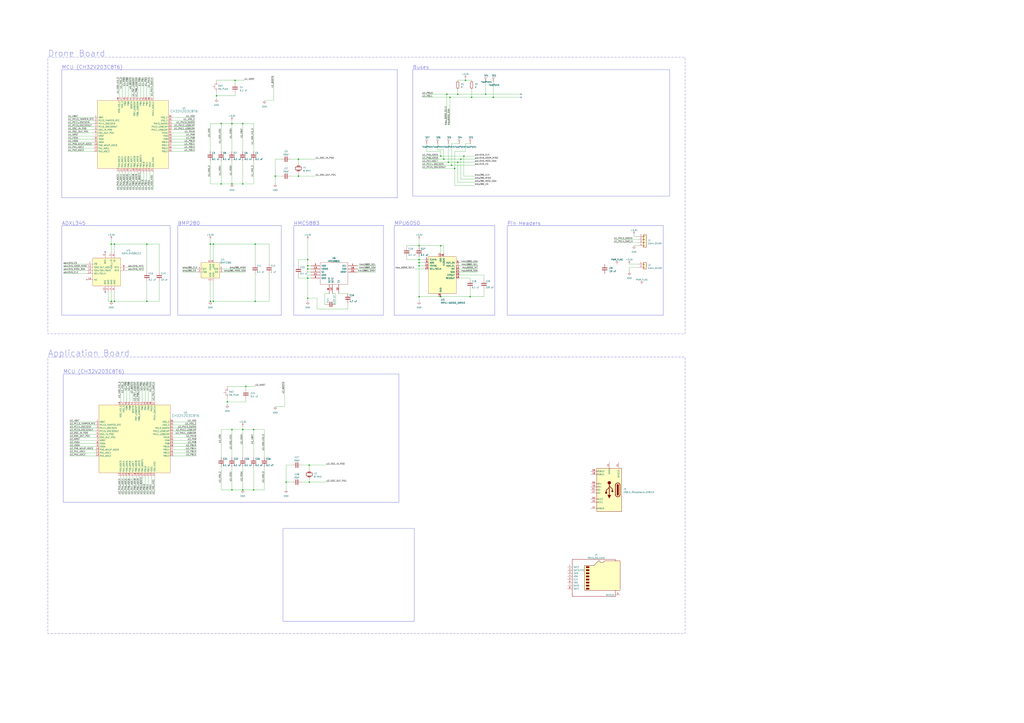
<source format=kicad_sch>
(kicad_sch (version 20230121) (generator eeschema)
  (paper "A1")
  (junction (at 375.92 77.47))
  (junction (at 201.93 317.5))
  (junction (at 373.38 138.43))
  (junction (at 175.26 247.65))
  (junction (at 405.13 80.01))
  (junction (at 93.98 200.66))
  (junction (at 344.17 213.36))
  (junction (at 364.49 130.81))
  (junction (at 386.08 243.84))
  (junction (at 199.39 402.59))
  (junction (at 186.69 330.2))
  (junction (at 370.84 135.89))
  (junction (at 361.95 201.93))
  (junction (at 245.11 144.78))
  (junction (at 190.5 402.59))
  (junction (at 367.03 77.47))
  (junction (at 199.39 101.6))
  (junction (at 344.17 201.93))
  (junction (at 375.92 133.35))
  (junction (at 193.04 66.04))
  (junction (at 199.39 151.13))
  (junction (at 245.11 130.81))
  (junction (at 208.28 353.06))
  (junction (at 172.72 200.66))
  (junction (at 190.5 151.13))
  (junction (at 344.17 218.44))
  (junction (at 378.46 130.81))
  (junction (at 252.73 228.6))
  (junction (at 199.39 353.06))
  (junction (at 254 396.24))
  (junction (at 120.65 200.66))
  (junction (at 369.57 80.01))
  (junction (at 382.27 66.04))
  (junction (at 387.35 80.01))
  (junction (at 190.5 101.6))
  (junction (at 361.95 243.84))
  (junction (at 181.61 101.6))
  (junction (at 93.98 247.65))
  (junction (at 252.73 245.11))
  (junction (at 177.8 78.74))
  (junction (at 254 382.27))
  (junction (at 208.28 402.59))
  (junction (at 252.73 218.44))
  (junction (at 361.95 128.27))
  (junction (at 190.5 353.06))
  (junction (at 91.44 200.66))
  (junction (at 368.3 133.35))
  (junction (at 252.73 213.36))
  (junction (at 234.95 396.24))
  (junction (at 226.06 144.78))
  (junction (at 91.44 247.65))
  (junction (at 172.72 247.65))
  (junction (at 344.17 243.84))
  (junction (at 209.55 247.65))
  (junction (at 252.73 220.98))
  (junction (at 175.26 200.66))
  (junction (at 381 128.27))
  (junction (at 209.55 200.66))
  (junction (at 344.17 215.9))
  (junction (at 120.65 247.65))
  (junction (at 398.78 77.47))
  (junction (at 181.61 151.13))
  (no_connect (at 86.36 240.03))
  (no_connect (at 86.36 207.01))
  (no_connect (at 427.99 77.47))
  (no_connect (at 427.99 80.01))
  (wire (pts (xy 217.17 383.54) (xy 217.17 402.59)))
  (wire (pts (xy 142.24 349.25) (xy 161.29 349.25)))
  (wire (pts (xy 172.72 101.6) (xy 181.61 101.6)))
  (wire (pts (xy 226.06 144.78) (xy 226.06 130.81)))
  (wire (pts (xy 186.69 330.2) (xy 201.93 330.2)))
  (wire (pts (xy 350.52 118.11) (xy 350.52 124.46)))
  (wire (pts (xy 127 391.16) (xy 127 406.4)))
  (wire (pts (xy 217.17 353.06) (xy 217.17 375.92)))
  (wire (pts (xy 104.14 219.71) (xy 118.11 219.71)))
  (wire (pts (xy 142.24 351.79) (xy 161.29 351.79)))
  (wire (pts (xy 405.13 80.01) (xy 427.99 80.01)))
  (wire (pts (xy 377.19 220.98) (xy 392.43 220.98)))
  (wire (pts (xy 520.7 201.93) (xy 524.51 201.93)))
  (wire (pts (xy 172.72 200.66) (xy 172.72 213.36)))
  (wire (pts (xy 340.36 220.98) (xy 349.25 220.98)))
  (wire (pts (xy 293.37 220.98) (xy 308.61 220.98)))
  (wire (pts (xy 234.95 402.59) (xy 234.95 396.24)))
  (wire (pts (xy 88.9 240.03) (xy 88.9 247.65)))
  (wire (pts (xy 234.95 396.24) (xy 240.03 396.24)))
  (wire (pts (xy 142.24 359.41) (xy 161.29 359.41)))
  (wire (pts (xy 175.26 231.14) (xy 175.26 247.65)))
  (wire (pts (xy 140.97 106.68) (xy 160.02 106.68)))
  (wire (pts (xy 172.72 151.13) (xy 181.61 151.13)))
  (wire (pts (xy 175.26 200.66) (xy 172.72 200.66)))
  (wire (pts (xy 255.27 218.44) (xy 252.73 218.44)))
  (wire (pts (xy 361.95 128.27) (xy 381 128.27)))
  (wire (pts (xy 344.17 243.84) (xy 361.95 243.84)))
  (wire (pts (xy 120.65 247.65) (xy 93.98 247.65)))
  (wire (pts (xy 190.5 101.6) (xy 190.5 124.46)))
  (wire (pts (xy 199.39 101.6) (xy 208.28 101.6)))
  (wire (pts (xy 55.88 106.68) (xy 77.47 106.68)))
  (wire (pts (xy 369.57 80.01) (xy 387.35 80.01)))
  (wire (pts (xy 101.6 313.69) (xy 101.6 330.2)))
  (wire (pts (xy 387.35 80.01) (xy 405.13 80.01)))
  (wire (pts (xy 516.89 217.17) (xy 524.51 217.17)))
  (wire (pts (xy 375.92 149.86) (xy 375.92 133.35)))
  (wire (pts (xy 177.8 66.04) (xy 193.04 66.04)))
  (wire (pts (xy 245.11 213.36) (xy 252.73 213.36)))
  (wire (pts (xy 142.24 372.11) (xy 161.29 372.11)))
  (wire (pts (xy 386.08 118.11) (xy 382.27 118.11)))
  (wire (pts (xy 209.55 224.79) (xy 209.55 247.65)))
  (wire (pts (xy 175.26 213.36) (xy 175.26 200.66)))
  (wire (pts (xy 121.92 391.16) (xy 121.92 406.4)))
  (wire (pts (xy 55.88 104.14) (xy 77.47 104.14)))
  (wire (pts (xy 142.24 356.87) (xy 161.29 356.87)))
  (wire (pts (xy 370.84 118.11) (xy 370.84 135.89)))
  (wire (pts (xy 186.69 327.66) (xy 186.69 330.2)))
  (wire (pts (xy 285.75 254) (xy 260.35 254)))
  (wire (pts (xy 140.97 121.92) (xy 160.02 121.92)))
  (wire (pts (xy 386.08 243.84) (xy 361.95 243.84)))
  (wire (pts (xy 100.33 63.5) (xy 100.33 80.01)))
  (wire (pts (xy 140.97 104.14) (xy 160.02 104.14)))
  (wire (pts (xy 140.97 109.22) (xy 160.02 109.22)))
  (wire (pts (xy 520.7 193.04) (xy 520.7 194.31)))
  (wire (pts (xy 55.88 109.22) (xy 77.47 109.22)))
  (wire (pts (xy 377.19 226.06) (xy 397.51 226.06)))
  (wire (pts (xy 193.04 78.74) (xy 193.04 76.2)))
  (wire (pts (xy 209.55 217.17) (xy 209.55 200.66)))
  (wire (pts (xy 93.98 247.65) (xy 91.44 247.65)))
  (wire (pts (xy 209.55 200.66) (xy 175.26 200.66)))
  (wire (pts (xy 118.11 63.5) (xy 118.11 80.01)))
  (wire (pts (xy 172.72 132.08) (xy 172.72 151.13)))
  (wire (pts (xy 389.89 147.32) (xy 378.46 147.32)))
  (wire (pts (xy 252.73 228.6) (xy 252.73 245.11)))
  (wire (pts (xy 100.33 140.97) (xy 100.33 156.21)))
  (wire (pts (xy 344.17 213.36) (xy 344.17 215.9)))
  (wire (pts (xy 254 396.24) (xy 254 393.7)))
  (wire (pts (xy 114.3 313.69) (xy 114.3 330.2)))
  (wire (pts (xy 110.49 63.5) (xy 110.49 80.01)))
  (wire (pts (xy 377.19 218.44) (xy 392.43 218.44)))
  (wire (pts (xy 120.65 231.14) (xy 120.65 247.65)))
  (wire (pts (xy 254 382.27) (xy 267.97 382.27)))
  (wire (pts (xy 57.15 349.25) (xy 78.74 349.25)))
  (wire (pts (xy 57.15 354.33) (xy 78.74 354.33)))
  (wire (pts (xy 110.49 140.97) (xy 110.49 156.21)))
  (wire (pts (xy 273.05 241.3) (xy 275.59 241.3)))
  (wire (pts (xy 127 313.69) (xy 127 330.2)))
  (wire (pts (xy 344.17 215.9) (xy 344.17 218.44)))
  (wire (pts (xy 97.79 63.5) (xy 97.79 80.01)))
  (wire (pts (xy 208.28 101.6) (xy 208.28 124.46)))
  (wire (pts (xy 140.97 119.38) (xy 160.02 119.38)))
  (wire (pts (xy 55.88 119.38) (xy 77.47 119.38)))
  (wire (pts (xy 55.88 111.76) (xy 77.47 111.76)))
  (wire (pts (xy 104.14 391.16) (xy 104.14 406.4)))
  (wire (pts (xy 52.07 219.71) (xy 71.12 219.71)))
  (wire (pts (xy 520.7 194.31) (xy 524.51 194.31)))
  (wire (pts (xy 368.3 118.11) (xy 368.3 133.35)))
  (wire (pts (xy 142.24 374.65) (xy 161.29 374.65)))
  (wire (pts (xy 199.39 151.13) (xy 208.28 151.13)))
  (wire (pts (xy 377.19 118.11) (xy 370.84 118.11)))
  (wire (pts (xy 252.73 220.98) (xy 252.73 218.44)))
  (wire (pts (xy 359.41 123.19) (xy 364.49 123.19)))
  (wire (pts (xy 121.92 313.69) (xy 121.92 330.2)))
  (wire (pts (xy 55.88 114.3) (xy 77.47 114.3)))
  (wire (pts (xy 140.97 124.46) (xy 160.02 124.46)))
  (wire (pts (xy 57.15 361.95) (xy 78.74 361.95)))
  (wire (pts (xy 181.61 402.59) (xy 190.5 402.59)))
  (wire (pts (xy 344.17 243.84) (xy 344.17 247.65)))
  (wire (pts (xy 57.15 369.57) (xy 78.74 369.57)))
  (wire (pts (xy 93.98 240.03) (xy 93.98 247.65)))
  (wire (pts (xy 111.76 313.69) (xy 111.76 330.2)))
  (wire (pts (xy 344.17 218.44) (xy 349.25 218.44)))
  (wire (pts (xy 270.51 241.3) (xy 266.7 241.3)))
  (wire (pts (xy 149.86 220.98) (xy 162.56 220.98)))
  (wire (pts (xy 346.71 133.35) (xy 368.3 133.35)))
  (wire (pts (xy 190.5 375.92) (xy 190.5 353.06)))
  (wire (pts (xy 124.46 391.16) (xy 124.46 406.4)))
  (wire (pts (xy 252.73 226.06) (xy 252.73 228.6)))
  (wire (pts (xy 398.78 77.47) (xy 427.99 77.47)))
  (wire (pts (xy 381 144.78) (xy 381 128.27)))
  (wire (pts (xy 106.68 313.69) (xy 106.68 330.2)))
  (wire (pts (xy 55.88 124.46) (xy 77.47 124.46)))
  (wire (pts (xy 389.89 149.86) (xy 375.92 149.86)))
  (wire (pts (xy 116.84 391.16) (xy 116.84 406.4)))
  (wire (pts (xy 109.22 313.69) (xy 109.22 330.2)))
  (wire (pts (xy 504.19 199.39) (xy 524.51 199.39)))
  (wire (pts (xy 125.73 63.5) (xy 125.73 80.01)))
  (wire (pts (xy 252.73 245.11) (xy 252.73 247.65)))
  (wire (pts (xy 57.15 374.65) (xy 78.74 374.65)))
  (wire (pts (xy 208.28 132.08) (xy 208.28 151.13)))
  (wire (pts (xy 349.25 213.36) (xy 344.17 213.36)))
  (wire (pts (xy 382.27 66.04) (xy 387.35 66.04)))
  (wire (pts (xy 124.46 313.69) (xy 124.46 330.2)))
  (wire (pts (xy 57.15 356.87) (xy 78.74 356.87)))
  (wire (pts (xy 105.41 140.97) (xy 105.41 156.21)))
  (wire (pts (xy 199.39 353.06) (xy 199.39 375.92)))
  (wire (pts (xy 193.04 68.58) (xy 193.04 66.04)))
  (wire (pts (xy 368.3 133.35) (xy 375.92 133.35)))
  (wire (pts (xy 104.14 313.69) (xy 104.14 330.2)))
  (wire (pts (xy 252.73 213.36) (xy 252.73 196.85)))
  (wire (pts (xy 346.71 138.43) (xy 373.38 138.43)))
  (wire (pts (xy 201.93 317.5) (xy 209.55 317.5)))
  (wire (pts (xy 181.61 132.08) (xy 181.61 151.13)))
  (wire (pts (xy 181.61 353.06) (xy 190.5 353.06)))
  (wire (pts (xy 275.59 241.3) (xy 275.59 250.19)))
  (wire (pts (xy 93.98 200.66) (xy 120.65 200.66)))
  (wire (pts (xy 226.06 334.01) (xy 233.68 334.01)))
  (wire (pts (xy 255.27 226.06) (xy 252.73 226.06)))
  (wire (pts (xy 55.88 101.6) (xy 77.47 101.6)))
  (wire (pts (xy 397.51 243.84) (xy 386.08 243.84)))
  (wire (pts (xy 361.95 208.28) (xy 361.95 201.93)))
  (wire (pts (xy 172.72 196.85) (xy 172.72 200.66)))
  (wire (pts (xy 172.72 231.14) (xy 172.72 247.65)))
  (wire (pts (xy 88.9 247.65) (xy 91.44 247.65)))
  (wire (pts (xy 120.65 63.5) (xy 120.65 80.01)))
  (wire (pts (xy 190.5 99.06) (xy 190.5 101.6)))
  (wire (pts (xy 397.51 237.49) (xy 397.51 243.84)))
  (wire (pts (xy 245.11 130.81) (xy 259.08 130.81)))
  (wire (pts (xy 113.03 63.5) (xy 113.03 80.01)))
  (wire (pts (xy 344.17 215.9) (xy 349.25 215.9)))
  (wire (pts (xy 182.88 220.98) (xy 201.93 220.98)))
  (wire (pts (xy 177.8 78.74) (xy 193.04 78.74)))
  (wire (pts (xy 104.14 222.25) (xy 118.11 222.25)))
  (wire (pts (xy 186.69 317.5) (xy 201.93 317.5)))
  (wire (pts (xy 378.46 147.32) (xy 378.46 130.81)))
  (wire (pts (xy 346.71 135.89) (xy 370.84 135.89)))
  (wire (pts (xy 344.17 210.82) (xy 344.17 213.36)))
  (wire (pts (xy 381 128.27) (xy 389.89 128.27)))
  (wire (pts (xy 220.98 217.17) (xy 220.98 200.66)))
  (wire (pts (xy 106.68 391.16) (xy 106.68 406.4)))
  (wire (pts (xy 140.97 101.6) (xy 160.02 101.6)))
  (wire (pts (xy 266.7 241.3) (xy 266.7 250.19)))
  (wire (pts (xy 334.01 203.2) (xy 334.01 201.93)))
  (wire (pts (xy 247.65 382.27) (xy 254 382.27)))
  (wire (pts (xy 116.84 313.69) (xy 116.84 330.2)))
  (wire (pts (xy 377.19 215.9) (xy 392.43 215.9)))
  (wire (pts (xy 361.95 201.93) (xy 344.17 201.93)))
  (wire (pts (xy 57.15 359.41) (xy 78.74 359.41)))
  (wire (pts (xy 125.73 140.97) (xy 125.73 156.21)))
  (wire (pts (xy 364.49 130.81) (xy 378.46 130.81)))
  (wire (pts (xy 114.3 391.16) (xy 114.3 406.4)))
  (wire (pts (xy 142.24 367.03) (xy 161.29 367.03)))
  (wire (pts (xy 524.51 219.71) (xy 516.89 219.71)))
  (wire (pts (xy 359.41 118.11) (xy 359.41 123.19)))
  (wire (pts (xy 52.07 224.79) (xy 71.12 224.79)))
  (wire (pts (xy 247.65 396.24) (xy 254 396.24)))
  (wire (pts (xy 375.92 77.47) (xy 398.78 77.47)))
  (wire (pts (xy 220.98 247.65) (xy 209.55 247.65)))
  (wire (pts (xy 118.11 140.97) (xy 118.11 156.21)))
  (wire (pts (xy 382.27 66.04) (xy 382.27 64.77)))
  (wire (pts (xy 254 382.27) (xy 254 386.08)))
  (wire (pts (xy 375.92 133.35) (xy 389.89 133.35)))
  (wire (pts (xy 386.08 237.49) (xy 386.08 243.84)))
  (wire (pts (xy 405.13 67.31) (xy 405.13 80.01)))
  (wire (pts (xy 199.39 350.52) (xy 199.39 353.06)))
  (wire (pts (xy 255.27 228.6) (xy 252.73 228.6)))
  (wire (pts (xy 373.38 138.43) (xy 373.38 152.4)))
  (wire (pts (xy 367.03 77.47) (xy 375.92 77.47)))
  (wire (pts (xy 398.78 67.31) (xy 398.78 77.47)))
  (wire (pts (xy 99.06 391.16) (xy 99.06 406.4)))
  (wire (pts (xy 199.39 132.08) (xy 199.39 151.13)))
  (wire (pts (xy 208.28 353.06) (xy 208.28 375.92)))
  (wire (pts (xy 130.81 231.14) (xy 130.81 247.65)))
  (wire (pts (xy 182.88 223.52) (xy 201.93 223.52)))
  (wire (pts (xy 224.79 82.55) (xy 224.79 62.23)))
  (wire (pts (xy 373.38 152.4) (xy 389.89 152.4)))
  (wire (pts (xy 361.95 124.46) (xy 361.95 128.27)))
  (wire (pts (xy 142.24 354.33) (xy 161.29 354.33)))
  (wire (pts (xy 389.89 144.78) (xy 381 144.78)))
  (wire (pts (xy 266.7 250.19) (xy 267.97 250.19)))
  (wire (pts (xy 109.22 391.16) (xy 109.22 406.4)))
  (wire (pts (xy 142.24 369.57) (xy 161.29 369.57)))
  (wire (pts (xy 364.49 123.19) (xy 364.49 130.81)))
  (wire (pts (xy 226.06 144.78) (xy 231.14 144.78)))
  (wire (pts (xy 254 396.24) (xy 267.97 396.24)))
  (wire (pts (xy 346.71 128.27) (xy 361.95 128.27)))
  (wire (pts (xy 140.97 96.52) (xy 160.02 96.52)))
  (wire (pts (xy 142.24 364.49) (xy 161.29 364.49)))
  (wire (pts (xy 172.72 124.46) (xy 172.72 101.6)))
  (wire (pts (xy 55.88 96.52) (xy 77.47 96.52)))
  (wire (pts (xy 190.5 353.06) (xy 199.39 353.06)))
  (wire (pts (xy 57.15 372.11) (xy 78.74 372.11)))
  (wire (pts (xy 120.65 200.66) (xy 120.65 223.52)))
  (wire (pts (xy 99.06 313.69) (xy 99.06 330.2)))
  (wire (pts (xy 52.07 217.17) (xy 71.12 217.17)))
  (wire (pts (xy 245.11 144.78) (xy 245.11 142.24)))
  (wire (pts (xy 370.84 135.89) (xy 389.89 135.89)))
  (wire (pts (xy 397.51 229.87) (xy 397.51 226.06)))
  (wire (pts (xy 190.5 402.59) (xy 199.39 402.59)))
  (wire (pts (xy 278.13 241.3) (xy 285.75 241.3)))
  (wire (pts (xy 91.44 200.66) (xy 91.44 196.85)))
  (wire (pts (xy 208.28 402.59) (xy 217.17 402.59)))
  (wire (pts (xy 186.69 330.2) (xy 186.69 332.74)))
  (wire (pts (xy 245.11 226.06) (xy 245.11 228.6)))
  (wire (pts (xy 115.57 140.97) (xy 115.57 156.21)))
  (wire (pts (xy 140.97 111.76) (xy 160.02 111.76)))
  (wire (pts (xy 142.24 346.71) (xy 161.29 346.71)))
  (wire (pts (xy 364.49 208.28) (xy 364.49 201.93)))
  (wire (pts (xy 208.28 383.54) (xy 208.28 402.59)))
  (wire (pts (xy 120.65 140.97) (xy 120.65 156.21)))
  (wire (pts (xy 260.35 245.11) (xy 252.73 245.11)))
  (wire (pts (xy 107.95 140.97) (xy 107.95 156.21)))
  (wire (pts (xy 55.88 121.92) (xy 77.47 121.92)))
  (wire (pts (xy 255.27 223.52) (xy 252.73 223.52)))
  (wire (pts (xy 373.38 124.46) (xy 373.38 138.43)))
  (wire (pts (xy 369.57 80.01) (xy 369.57 102.87)))
  (wire (pts (xy 119.38 391.16) (xy 119.38 406.4)))
  (wire (pts (xy 181.61 101.6) (xy 190.5 101.6)))
  (wire (pts (xy 175.26 247.65) (xy 172.72 247.65)))
  (wire (pts (xy 377.19 228.6) (xy 386.08 228.6)))
  (wire (pts (xy 130.81 247.65) (xy 120.65 247.65)))
  (wire (pts (xy 55.88 99.06) (xy 77.47 99.06)))
  (wire (pts (xy 97.79 140.97) (xy 97.79 156.21)))
  (wire (pts (xy 190.5 132.08) (xy 190.5 151.13)))
  (wire (pts (xy 193.04 66.04) (xy 200.66 66.04)))
  (wire (pts (xy 377.19 223.52) (xy 392.43 223.52)))
  (wire (pts (xy 119.38 313.69) (xy 119.38 330.2)))
  (wire (pts (xy 101.6 391.16) (xy 101.6 406.4)))
  (wire (pts (xy 375.92 73.66) (xy 375.92 77.47)))
  (wire (pts (xy 293.37 223.52) (xy 308.61 223.52)))
  (wire (pts (xy 199.39 353.06) (xy 208.28 353.06)))
  (wire (pts (xy 57.15 351.79) (xy 78.74 351.79)))
  (wire (pts (xy 91.44 200.66) (xy 91.44 207.01)))
  (wire (pts (xy 190.5 151.13) (xy 199.39 151.13)))
  (wire (pts (xy 245.11 144.78) (xy 259.08 144.78)))
  (wire (pts (xy 199.39 383.54) (xy 199.39 402.59)))
  (wire (pts (xy 93.98 200.66) (xy 91.44 200.66)))
  (wire (pts (xy 199.39 101.6) (xy 199.39 124.46)))
  (wire (pts (xy 382.27 118.11) (xy 382.27 124.46)))
  (wire (pts (xy 181.61 151.13) (xy 190.5 151.13)))
  (wire (pts (xy 245.11 218.44) (xy 245.11 213.36)))
  (wire (pts (xy 226.06 151.13) (xy 226.06 144.78)))
  (wire (pts (xy 57.15 367.03) (xy 78.74 367.03)))
  (wire (pts (xy 190.5 101.6) (xy 199.39 101.6)))
  (wire (pts (xy 140.97 99.06) (xy 160.02 99.06)))
  (wire (pts (xy 57.15 346.71) (xy 78.74 346.71)))
  (wire (pts (xy 344.17 201.93) (xy 344.17 196.85)))
  (wire (pts (xy 93.98 207.01) (xy 93.98 200.66)))
  (wire (pts (xy 386.08 228.6) (xy 386.08 229.87)))
  (wire (pts (xy 149.86 223.52) (xy 162.56 223.52)))
  (wire (pts (xy 177.8 78.74) (xy 177.8 81.28)))
  (wire (pts (xy 233.68 334.01) (xy 233.68 313.69)))
  (wire (pts (xy 367.03 77.47) (xy 367.03 102.87)))
  (wire (pts (xy 334.01 213.36) (xy 344.17 213.36)))
  (wire (pts (xy 91.44 240.03) (xy 91.44 247.65)))
  (wire (pts (xy 245.11 228.6) (xy 252.73 228.6)))
  (wire (pts (xy 209.55 247.65) (xy 175.26 247.65)))
  (wire (pts (xy 107.95 63.5) (xy 107.95 80.01)))
  (wire (pts (xy 234.95 396.24) (xy 234.95 382.27)))
  (wire (pts (xy 387.35 73.66) (xy 387.35 80.01)))
  (wire (pts (xy 140.97 116.84) (xy 160.02 116.84)))
  (wire (pts (xy 130.81 223.52) (xy 130.81 200.66)))
  (wire (pts (xy 238.76 144.78) (xy 245.11 144.78)))
  (wire (pts (xy 130.81 200.66) (xy 120.65 200.66)))
  (wire (pts (xy 181.61 124.46) (xy 181.61 101.6)))
  (wire (pts (xy 245.11 130.81) (xy 245.11 134.62)))
  (wire (pts (xy 190.5 383.54) (xy 190.5 402.59)))
  (wire (pts (xy 334.01 201.93) (xy 344.17 201.93)))
  (wire (pts (xy 346.71 80.01) (xy 369.57 80.01)))
  (wire (pts (xy 378.46 130.81) (xy 389.89 130.81)))
  (wire (pts (xy 238.76 130.81) (xy 245.11 130.81)))
  (wire (pts (xy 346.71 130.81) (xy 364.49 130.81)))
  (wire (pts (xy 350.52 124.46) (xy 361.95 124.46)))
  (wire (pts (xy 52.07 222.25) (xy 71.12 222.25)))
  (wire (pts (xy 285.75 248.92) (xy 285.75 254)))
  (wire (pts (xy 102.87 140.97) (xy 102.87 156.21)))
  (wire (pts (xy 252.73 223.52) (xy 252.73 220.98)))
  (wire (pts (xy 123.19 63.5) (xy 123.19 80.01)))
  (wire (pts (xy 181.61 383.54) (xy 181.61 402.59)))
  (wire (pts (xy 201.93 330.2) (xy 201.93 327.66)))
  (wire (pts (xy 105.41 63.5) (xy 105.41 80.01)))
  (wire (pts (xy 177.8 76.2) (xy 177.8 78.74)))
  (wire (pts (xy 382.27 124.46) (xy 373.38 124.46)))
  (wire (pts (xy 252.73 218.44) (xy 252.73 213.36)))
  (wire (pts (xy 504.19 196.85) (xy 524.51 196.85)))
  (wire (pts (xy 57.15 364.49) (xy 78.74 364.49)))
  (wire (pts (xy 220.98 200.66) (xy 209.55 200.66)))
  (wire (pts (xy 234.95 382.27) (xy 240.03 382.27)))
  (wire (pts (xy 293.37 218.44) (xy 308.61 218.44)))
  (wire (pts (xy 364.49 201.93) (xy 361.95 201.93)))
  (wire (pts (xy 334.01 210.82) (xy 334.01 213.36)))
  (wire (pts (xy 516.89 219.71) (xy 516.89 223.52)))
  (wire (pts (xy 55.88 116.84) (xy 77.47 116.84)))
  (wire (pts (xy 181.61 375.92) (xy 181.61 353.06)))
  (wire (pts (xy 346.71 77.47) (xy 367.03 77.47)))
  (wire (pts (xy 201.93 320.04) (xy 201.93 317.5)))
  (wire (pts (xy 142.24 361.95) (xy 161.29 361.95)))
  (wire (pts (xy 199.39 402.59) (xy 208.28 402.59)))
  (wire (pts (xy 123.19 140.97) (xy 123.19 156.21)))
  (wire (pts (xy 344.17 201.93) (xy 344.17 203.2)))
  (wire (pts (xy 255.27 220.98) (xy 252.73 220.98)))
  (wire (pts (xy 113.03 140.97) (xy 113.03 156.21)))
  (wire (pts (xy 208.28 353.06) (xy 217.17 353.06)))
  (wire (pts (xy 344.17 218.44) (xy 344.17 243.84)))
  (wire (pts (xy 375.92 66.04) (xy 382.27 66.04)))
  (wire (pts (xy 220.98 224.79) (xy 220.98 247.65)))
  (wire (pts (xy 140.97 114.3) (xy 160.02 114.3)))
  (wire (pts (xy 102.87 63.5) (xy 102.87 80.01)))
  (wire (pts (xy 226.06 130.81) (xy 231.14 130.81)))
  (wire (pts (xy 217.17 82.55) (xy 224.79 82.55)))
  (wire (pts (xy 111.76 391.16) (xy 111.76 406.4)))
  (wire (pts (xy 260.35 254) (xy 260.35 245.11)))
  (wire (pts (xy 115.57 63.5) (xy 115.57 80.01)))
  (rectangle (start 232.41 434.34) (end 340.36 510.54))
  (rectangle (start 52.07 307.34) (end 327.66 412.75))
  (rectangle (start 323.85 185.42) (end 406.4 259.08))
  (rectangle (start 146.05 185.42) (end 231.14 259.08))
  (rectangle (start 339.09 57.15) (end 549.91 161.29))
  (rectangle (start 241.3 185.42) (end 314.96 259.08))
  (rectangle (start 416.56 185.42) (end 544.83 259.08))
  (rectangle (start 50.8 57.15) (end 326.39 162.56))
  (rectangle (start 39.37 293.37) (end 562.61 520.7) (stroke (width 0) (type dash_dot)))
  (rectangle (start 39.37 46.99) (end 562.61 274.32) (stroke (width 0) (type dash_dot)))
  (rectangle (start 50.8 185.42) (end 139.7 259.08))
  (text "Drone Board" (at 39.37 46.99 0) (effects (font (size 5 5)) (justify left bottom)))
  (text "Buses" (at 339.09 57.15 0) (effects (font (size 3 3)) (justify left bottom)))
  (text "HMC5883" (at 241.3 185.42 0) (effects (font (size 3 3)) (justify left bottom)))
  (text "MPU6050" (at 323.85 185.42 0) (effects (font (size 3 3)) (justify left bottom)))
  (text "MCU (CH32V203C8T6)" (at 52.07 307.34 0) (effects (font (size 3 3)) (justify left bottom)))
  (text "BMP280" (at 146.05 185.42 0) (effects (font (size 3 3)) (justify left bottom)))
  (text "ADXL345" (at 50.8 185.42 0) (effects (font (size 3 3)) (justify left bottom)))
  (text "Application Board" (at 39.37 293.37 0) (effects (font (size 5 5)) (justify left bottom)))
  (text "MCU (CH32V203C8T6)" (at 50.8 57.15 0) (effects (font (size 3 3)) (justify left bottom)))
  (text "Pin Headers" (at 416.56 185.42 0) (effects (font (size 3 3)) (justify left bottom)))
  (label "U1_OSC_IN_PD0" (at 259.08 130.81 0))
  (label "U1_PB11" (at 346.71 80.01 0))
  (label "U1_PB6_USB2DM" (at 113.03 63.5 270))
  (label "U1_PB10" (at 346.71 77.47 0))
  (label "U1_PA6_ADC6" (at 346.71 130.81 0))
  (label "adxl345_CS" (at 389.89 135.89 0))
  (label "adxl345_INT2" (at 118.11 222.25 180))
  (label "U2_PA3_ADC3" (at 99.06 406.4 90))
  (label "U1_PB9" (at 102.87 63.5 270))
  (label "U2_VBAT" (at 57.15 346.71 0))
  (label "U2_PB1_ADC9" (at 114.3 406.4 90))
  (label "U1_OSC_IN_PD0" (at 55.88 106.68 0))
  (label "U2_PB14" (at 161.29 369.57 180))
  (label "U2_PB12" (at 161.29 374.65 180))
  (label "U1_OSC_OUT_PD1" (at 259.08 144.78 0))
  (label "U1_PC13_TAMPER_RTC" (at 55.88 99.06 0))
  (label "bmp280_MISO" (at 201.93 220.98 180))
  (label "U1_OSC_OUT_PD1" (at 55.88 109.22 0))
  (label "bmp280_MOSI_SDA" (at 389.89 149.86 0))
  (label "U1_PC15_OSC32OUT" (at 55.88 104.14 0))
  (label "U2_PA15" (at 124.46 313.69 270))
  (label "U2_PA0_WKUP_ADC0" (at 57.15 369.57 0))
  (label "bmp280_CS" (at 389.89 152.4 0))
  (label "U1_PA2_ADC2" (at 55.88 124.46 0))
  (label "U2_OSC_OUT_PD1" (at 57.15 359.41 0))
  (label "U2_PA5_ADC5" (at 104.14 406.4 90))
  (label "U1_PB0_ADC8" (at 110.49 156.21 90))
  (label "U1_PB8" (at 105.41 63.5 270))
  (label "U1_NRST" (at 55.88 111.76 0))
  (label "U2_PA6_ADC6" (at 106.68 406.4 90))
  (label "U1_PA12_USB1DP" (at 160.02 104.14 180))
  (label "U2_PA10" (at 161.29 359.41 180))
  (label "U1_PC15_OSC32OUT" (at 346.71 138.43 0))
  (label "U2_VSS_2" (at 161.29 349.25 180))
  (label "mpu_6050_SCLK" (at 340.36 220.98 180))
  (label "U2_VDD" (at 161.29 346.71 180))
  (label "U2_VDDA" (at 199.39 356.87 270))
  (label "mpu6050_INT" (at 392.43 220.98 180))
  (label "U1_PA6_ADC6" (at 105.41 156.21 90))
  (label "U2_PB5" (at 116.84 313.69 270))
  (label "bmp280_MOSI_SDA" (at 201.93 223.52 180))
  (label "U1_BOOT0" (at 107.95 63.5 270))
  (label "U1_PC14_OSC32IN" (at 55.88 101.6 0))
  (label "U1_PA8" (at 160.02 114.3 180))
  (label "U2_PC15_OSC32OUT" (at 57.15 354.33 0))
  (label "U2_PB2_BOOT1" (at 116.84 406.4 90))
  (label "U2_BOOT0" (at 109.22 313.69 270))
  (label "U1_VDD" (at 160.02 96.52 180))
  (label "U1_PA13_SWDIO" (at 160.02 101.6 180))
  (label "U2_VDD_VIO_3" (at 217.17 356.87 270))
  (label "U2_PB13" (at 161.29 372.11 180))
  (label "mpu6050_SDA" (at 369.57 102.87 90))
  (label "U2_PB9" (at 104.14 313.69 270))
  (label "U1_PA1_ADC1" (at 55.88 121.92 0))
  (label "U2_PB10" (at 119.38 406.4 90))
  (label "U1_PA11_USB1DM" (at 160.02 106.68 180))
  (label "U1_VSS1" (at 123.19 156.21 90))
  (label "U1_PC14_OSC32IN" (at 346.71 135.89 0))
  (label "U1_VSSA" (at 55.88 114.3 0))
  (label "U1_VSS_2" (at 160.02 99.06 180))
  (label "adxl345_MOSI_SDA" (at 52.07 222.25 0))
  (label "U2_OSC_IN_PD0" (at 57.15 356.87 0))
  (label "U1_VDD_VIO1" (at 181.61 105.41 270))
  (label "adxl345_CLK" (at 389.89 128.27 0))
  (label "U1_PB14" (at 160.02 119.38 180))
  (label "hmc5883_DRDY" (at 308.61 223.52 180))
  (label "U1_PA14_SWCLK" (at 504.19 199.39 0))
  (label "adxl345_CLK" (at 52.07 224.79 0))
  (label "U2_VSS1" (at 124.46 406.4 90))
  (label "U1_PA0_WKUP_ADC0" (at 55.88 119.38 0))
  (label "adxl345_INT1" (at 118.11 219.71 180))
  (label "U2_NRST" (at 209.55 317.5 0))
  (label "U1_PB3" (at 120.65 63.5 270))
  (label "U2_VDDA" (at 57.15 367.03 0))
  (label "U2_PB15" (at 161.29 367.03 180))
  (label "U1_VSS1" (at 181.61 135.89 270))
  (label "U2_PB3" (at 121.92 313.69 270))
  (label "U2_VDD_VIO1" (at 190.5 356.87 270))
  (label "U2_PB8" (at 106.68 313.69 270))
  (label "U1_PA10" (at 160.02 109.22 180))
  (label "U1_VDDA" (at 55.88 116.84 0))
  (label "U1_VDD" (at 172.72 105.41 270))
  (label "U2_VSSA" (at 199.39 387.35 270))
  (label "adxl345_ADDR_MISO" (at 389.89 130.81 0))
  (label "U2_VDD_VIO1" (at 127 406.4 90))
  (label "adxl345_ADDR_MISO" (at 52.07 219.71 0))
  (label "U1_PA9" (at 160.02 111.76 180))
  (label "U2_PA1_ADC1" (at 57.15 372.11 0))
  (label "U2_VSS_3" (at 101.6 313.69 270))
  (label "U2_VSS1" (at 190.5 387.35 270))
  (label "U1_PB1_ADC9" (at 113.03 156.21 90))
  (label "U2_VDD_VIO_3" (at 99.06 313.69 270))
  (label "U1_PA14_SWCLK" (at 125.73 63.5 270))
  (label "U1_PB10" (at 118.11 156.21 90))
  (label "U1_VSS_2" (at 172.72 135.89 270))
  (label "U2_PB0_ADC8" (at 111.76 406.4 90))
  (label "U2_VSS_2" (at 181.61 387.35 270))
  (label "bmp280_CLK" (at 389.89 144.78 0))
  (label "U1_PA7_ADC7" (at 346.71 133.35 0))
  (label "bmp280_CLK" (at 149.86 220.98 0))
  (label "U2_PC13_TAMPER_RTC" (at 57.15 349.25 0))
  (label "U1_PA15" (at 123.19 63.5 270))
  (label "U1_VBAT" (at 199.39 105.41 270))
  (label "U2_BOOT0" (at 233.68 313.69 270))
  (label "U2_PA12_USB1DP" (at 161.29 354.33 180))
  (label "U1_PB4" (at 118.11 63.5 270))
  (label "U2_PA7_ADC7" (at 109.22 406.4 90))
  (label "U1_PA5_ADC5" (at 346.71 128.27 0))
  (label "U2_PA11_USB1DM" (at 161.29 356.87 180))
  (label "U1_VSS_3" (at 100.33 63.5 270))
  (label "U2_PB7_USB2DP" (at 111.76 313.69 270))
  (label "U2_PB6_USB2DM" (at 114.3 313.69 270))
  (label "adxl345_CS" (at 52.07 217.17 0))
  (label "U1_VDD_VIO1" (at 125.73 156.21 90))
  (label "hmc5883_SCL" (at 308.61 218.44 180))
  (label "U1_PB15" (at 160.02 116.84 180))
  (label "U2_PB11" (at 121.92 406.4 90))
  (label "U2_PA13_SWDIO" (at 161.29 351.79 180))
  (label "U1_VBAT" (at 55.88 96.52 0))
  (label "U1_VDDA" (at 190.5 105.41 270))
  (label "U2_PA14_SWCLK" (at 127 313.69 270))
  (label "hmc5883_SDA" (at 308.61 220.98 180))
  (label "U2_OSC_IN_PD0" (at 267.97 382.27 0))
  (label "U1_VSSA" (at 190.5 135.89 270))
  (label "U2_OSC_OUT_PD1" (at 267.97 396.24 0))
  (label "U1_BOOT0" (at 224.79 62.23 270))
  (label "hmc5883_SCL" (at 392.43 218.44 180))
  (label "U2_VSS_3" (at 217.17 387.35 270))
  (label "U1_PB12" (at 160.02 124.46 180))
  (label "U2_NRST" (at 57.15 361.95 0))
  (label "hmc5883_SDA" (at 392.43 215.9 180))
  (label "U1_PB7_USB2DP" (at 110.49 63.5 270))
  (label "U1_PA4_ADC4" (at 100.33 156.21 90))
  (label "U2_VSSA" (at 57.15 364.49 0))
  (label "U1_PA7_ADC7" (at 107.95 156.21 90))
  (label "U1_PA5_ADC5" (at 102.87 156.21 90))
  (label "mpu_6050_SCLK" (at 367.03 102.87 90))
  (label "U1_PB5" (at 115.57 63.5 270))
  (label "adxl345_MOSI_SDA" (at 389.89 133.35 0))
  (label "U1_PA3_ADC3" (at 97.79 156.21 90))
  (label "U2_PC14_OSC32IN" (at 57.15 351.79 0))
  (label "U1_VSS_3" (at 208.28 135.89 270))
  (label "bmp280_CS" (at 149.86 223.52 0))
  (label "U1_PB2_BOOT1" (at 115.57 156.21 90))
  (label "bmp280_MISO" (at 389.89 147.32 0))
  (label "U1_PA13_SWDIO" (at 504.19 196.85 0))
  (label "U1_VDD_VIO_3" (at 97.79 63.5 270))
  (label "U2_PA9" (at 161.29 361.95 180))
  (label "U2_PA4_ADC4" (at 101.6 406.4 90))
  (label "U1_PB13" (at 160.02 121.92 180))
  (label "U2_PA8" (at 161.29 364.49 180))
  (label "U1_NRST" (at 200.66 66.04 0))
  (label "U2_VBAT" (at 208.28 356.87 270))
  (label "mpu6050_SDA" (at 392.43 223.52 180))
  (label "U1_VDD_VIO_3" (at 208.28 105.41 270))
  (label "U2_PA2_ADC2" (at 57.15 374.65 0))
  (label "U1_PB11" (at 120.65 156.21 90))
  (label "U2_VDD" (at 181.61 356.87 270))
  (label "U2_PB4" (at 119.38 313.69 270))
  (symbol (lib_id "PCM_4ms_Power-symbol:GND") (at 234.95 402.59 0) (unit 1)
    (property "Reference" "#PWR023" (effects hide))
    (property "Value" "GND" (at 234.95 407.67 0))
  )
  (symbol (lib_id "Device:C") (at 190.5 128.27 0) (unit 1)
    (property "Reference" "C7" (at 191.77 125.73 0) (effects (justify left)))
    (property "Value" "0.1 uF" (at 191.77 130.81 0) (effects (justify left)))
  )
  (symbol (lib_id "Device:C") (at 243.84 396.24 270) (unit 1)
    (property "Reference" "C28" (at 243.84 389.89 90))
    (property "Value" "20pF" (at 243.84 392.43 90))
  )
  (symbol (lib_id "Device:Crystal") (at 245.11 138.43 90) (unit 1)
    (property "Reference" "Y1" (at 248.92 137.795 90) (effects (justify right)))
    (property "Value" "8 MHZ" (at 248.92 140.335 90) (effects (justify right)))
  )
  (symbol (lib_id "Device:R") (at 375.92 69.85 0) (unit 1)
    (property "Reference" "R1" (at 378.46 69.215 0) (effects (justify left)))
    (property "Value" "R" (at 378.46 71.755 0) (effects (justify left)))
  )
  (symbol (lib_id "PCM_4ms_Power-symbol:GND") (at 226.06 334.01 0) (unit 1)
    (property "Reference" "#PWR022" (effects hide))
    (property "Value" "GND" (at 226.06 339.09 0))
  )
  (symbol (lib_id "Device:C") (at 285.75 245.11 0) (unit 1)
    (property "Reference" "C16" (at 287.02 242.57 0) (effects (justify left)))
    (property "Value" "4.7 uF" (at 287.02 247.65 0) (effects (justify left)))
  )
  (symbol (lib_id "power:+3.3V") (at 252.73 196.85 0) (unit 1)
    (property "Reference" "#PWR014" (effects hide))
    (property "Value" "+3.3V" (at 252.73 193.04 0))
  )
  (symbol (lib_id "Device:C") (at 181.61 128.27 0) (unit 1)
    (property "Reference" "C8" (at 182.88 125.73 0) (effects (justify left)))
    (property "Value" "0.1 uF" (at 182.88 130.81 0) (effects (justify left)))
  )
  (symbol (lib_id "Device:C") (at 193.04 72.39 0) (unit 1)
    (property "Reference" "C4" (at 196.85 71.755 0) (effects (justify left)))
    (property "Value" "0.1 uF" (at 196.85 74.295 0) (effects (justify left)))
  )
  (symbol (lib_id "power:+3.3V") (at 516.89 217.17 0) (unit 1)
    (property "Reference" "#PWR08" (effects hide))
    (property "Value" "+3.3V" (at 516.89 213.36 0))
  )
  (symbol (lib_id "PCM_4ms_Power-symbol:GND") (at 226.06 151.13 0) (unit 1)
    (property "Reference" "#PWR02" (effects hide))
    (property "Value" "GND" (at 226.06 156.21 0))
  )
  (symbol (lib_id "power:+3.3V") (at 520.7 193.04 0) (unit 1)
    (property "Reference" "#PWR07" (effects hide))
    (property "Value" "+3.3V" (at 520.7 189.23 0))
  )
  (symbol (lib_id "Connector:TestPoint") (at 386.08 118.11 0) (unit 1)
    (property "Reference" "TP3" (at 384.81 113.03 0) (effects (justify left)))
    (property "Value" "TestPoint" (at 382.27 120.65 0) (effects (justify left)))
  )
  (symbol (lib_id "power:+3.3V") (at 344.17 196.85 0) (unit 1)
    (property "Reference" "#PWR017" (effects hide))
    (property "Value" "+3.3V" (at 344.17 193.04 0))
  )
  (symbol (lib_id "CH32V203:CH32V203C8T6") (at 80.01 138.43 0) (unit 1)
    (property "Reference" "U1" (at 151.13 88.9 0))
    (property "Value" "CH32V203C8T6" (at 151.13 91.44 0) (effects (font (size 2 2))))
  )
  (symbol (lib_id "PCM_4ms_Power-symbol:GND") (at 177.8 81.28 0) (unit 1)
    (property "Reference" "#PWR03" (effects hide))
    (property "Value" "GND" (at 177.8 86.36 0))
  )
  (symbol (lib_id "Connector:TestPoint") (at 350.52 118.11 0) (unit 1)
    (property "Reference" "TP7" (at 349.25 113.03 0) (effects (justify left)))
    (property "Value" "TestPoint" (at 346.71 120.65 0) (effects (justify left)))
  )
  (symbol (lib_id "Device:C") (at 386.08 233.68 0) (unit 1)
    (property "Reference" "C18" (at 387.35 231.14 0) (effects (justify left)))
    (property "Value" "0.1 uF" (at 387.35 236.22 0) (effects (justify left)))
  )
  (symbol (lib_id "Device:C") (at 344.17 207.01 0) (unit 1)
    (property "Reference" "C17" (at 345.44 204.47 0) (effects (justify left)))
    (property "Value" "0.1 uF" (at 345.44 209.55 0) (effects (justify left)))
  )
  (symbol (lib_id "Connector:TestPoint") (at 398.78 67.31 0) (unit 1)
    (property "Reference" "TP1" (at 397.51 62.23 0) (effects (justify left)))
    (property "Value" "TestPoint" (at 394.97 67.31 0) (effects (justify left)))
  )
  (symbol (lib_id "_sensors:HMC5883L") (at 274.32 223.52 0) (unit 1)
    (property "Reference" "U6" (at 274.32 212.09 0))
    (property "Value" "HMC5883L" (at 274.32 214.63 0))
    (property "Footprint" "_sensors:_HMC5883L" (effects hide))
    (property "Datasheet" "DOCUMENTATION" (effects hide))
  )
  (symbol (lib_id "Device:C") (at 234.95 130.81 270) (unit 1)
    (property "Reference" "C5" (at 234.95 124.46 90))
    (property "Value" "20pF" (at 234.95 127 90))
  )
  (symbol (lib_id "Device:C") (at 334.01 207.01 0) (unit 1)
    (property "Reference" "C19" (at 335.28 204.47 0) (effects (justify left)))
    (property "Value" "0.1 uF" (at 335.28 209.55 0) (effects (justify left)))
  )
  (symbol (lib_id "Connector:TestPoint") (at 368.3 118.11 0) (unit 1)
    (property "Reference" "TP5" (at 367.03 113.03 0) (effects (justify left)))
    (property "Value" "TestPoint" (at 364.49 120.65 0) (effects (justify left)))
  )
  (symbol (lib_id "Device:C") (at 208.28 128.27 0) (unit 1)
    (property "Reference" "C1" (at 209.55 125.73 0) (effects (justify left)))
    (property "Value" "0.1 uF" (at 209.55 130.81 0) (effects (justify left)))
  )
  (symbol (lib_id "power:+3.3V") (at 190.5 99.06 0) (unit 1)
    (property "Reference" "#PWR01" (effects hide))
    (property "Value" "+3.3V" (at 190.5 95.25 0))
  )
  (symbol (lib_id "Device:C") (at 220.98 220.98 0) (unit 1)
    (property "Reference" "C12" (at 222.25 218.44 0) (effects (justify left)))
    (property "Value" "1 uF" (at 222.25 223.52 0) (effects (justify left)))
  )
  (symbol (lib_id "power:+3.3V") (at 172.72 196.85 0) (unit 1)
    (property "Reference" "#PWR012" (effects hide))
    (property "Value" "+3.3V" (at 172.72 193.04 0))
  )
  (symbol (lib_id "Device:C") (at 496.57 220.98 0) (unit 1)
    (property "Reference" "C9" (at 500.38 220.345 0) (effects (justify left)))
    (property "Value" "10 uF" (at 500.38 222.885 0) (effects (justify left)))
  )
  (symbol (lib_id "PCM_4ms_Power-symbol:GND") (at 217.17 82.55 0) (unit 1)
    (property "Reference" "#PWR05" (effects hide))
    (property "Value" "GND" (at 217.17 87.63 0))
  )
  (symbol (lib_id "Device:R") (at 387.35 69.85 0) (unit 1)
    (property "Reference" "R2" (at 389.89 69.215 0) (effects (justify left)))
    (property "Value" "R" (at 389.89 71.755 0) (effects (justify left)))
  )
  (symbol (lib_id "Device:Crystal") (at 254 389.89 90) (unit 1)
    (property "Reference" "Y2" (at 257.81 389.255 90) (effects (justify right)))
    (property "Value" "8 MHZ" (at 257.81 391.795 90) (effects (justify right)))
  )
  (symbol (lib_id "PCM_4ms_Power-symbol:GND") (at 516.89 223.52 0) (unit 1)
    (property "Reference" "#PWR09" (effects hide))
    (property "Value" "GND" (at 516.89 228.6 0))
  )
  (symbol (lib_id "Connector:TestPoint") (at 405.13 67.31 0) (unit 1)
    (property "Reference" "TP2" (at 403.86 62.23 0) (effects (justify left)))
    (property "Value" "TestPoint" (at 401.32 69.85 0) (effects (justify left)))
  )
  (symbol (lib_id "Device:C") (at 234.95 144.78 270) (unit 1)
    (property "Reference" "C2" (at 234.95 138.43 90))
    (property "Value" "20pF" (at 234.95 140.97 90))
  )
  (symbol (lib_id "PCM_4ms_Power-symbol:PWR_FLAG") (at 527.05 233.68 0) (unit 1)
    (property "Reference" "#FLG02" (effects hide))
    (property "Value" "PWR_FLAG" (at 527.05 229.87 0))
  )
  (symbol (lib_id "PCM_4ms_Power-symbol:GND") (at 91.44 247.65 0) (unit 1)
    (property "Reference" "#PWR010" (effects hide))
    (property "Value" "GND" (at 91.44 252.73 0))
  )
  (symbol (lib_id "Connector:USB_C_Receptacle_USB2.0") (at 500.38 402.59 180) (unit 1)
    (property "Reference" "J3" (at 511.81 401.955 0) (effects (justify right)))
    (property "Value" "USB_C_Receptacle_USB2.0" (at 511.81 404.495 0) (effects (justify right)))
    (property "Datasheet" "https://www.usb.org/sites/default/files/documents/usb_type-c.zip" (effects hide))
  )
  (symbol (lib_id "PCM_4ms_Power-symbol:PWR_FLAG") (at 506.73 217.17 0) (unit 1)
    (property "Reference" "#FLG01" (effects hide))
    (property "Value" "PWR_FLAG" (at 506.73 213.36 0))
  )
  (symbol (lib_id "Connector:TestPoint") (at 359.41 118.11 0) (unit 1)
    (property "Reference" "TP6" (at 358.14 113.03 0) (effects (justify left)))
    (property "Value" "TestPoint" (at 355.6 120.65 0) (effects (justify left)))
  )
  (symbol (lib_id "Device:C") (at 243.84 382.27 270) (unit 1)
    (property "Reference" "C27" (at 243.84 375.92 90))
    (property "Value" "20pF" (at 243.84 378.46 90))
  )
  (symbol (lib_id "Connector:Micro_SD_Card") (at 488.95 473.71 0) (unit 1)
    (property "Reference" "J4" (at 489.585 455.93 0))
    (property "Value" "Micro_SD_Card" (at 489.585 458.47 0))
    (property "Datasheet" "http://katalog.we-online.de/em/datasheet/693072010801.pdf" (effects hide))
  )
  (symbol (lib_id "PCM_4ms_Power-symbol:GND") (at 172.72 247.65 0) (unit 1)
    (property "Reference" "#PWR013" (effects hide))
    (property "Value" "GND" (at 172.72 252.73 0))
  )
  (symbol (lib_id "Device:C") (at 172.72 128.27 0) (unit 1)
    (property "Reference" "C3" (at 173.99 125.73 0) (effects (justify left)))
    (property "Value" "0.1 uF" (at 173.99 130.81 0) (effects (justify left)))
  )
  (symbol (lib_id "Device:C") (at 217.17 379.73 0) (unit 1)
    (property "Reference" "C26" (at 218.44 377.19 0) (effects (justify left)))
    (property "Value" "0.1 uF" (at 218.44 382.27 0) (effects (justify left)))
  )
  (symbol (lib_id "power:+3.3V") (at 199.39 350.52 0) (unit 1)
    (property "Reference" "#PWR020" (effects hide))
    (property "Value" "+3.3V" (at 199.39 346.71 0))
  )
  (symbol (lib_id "Switch:SW_Push") (at 186.69 322.58 90) (unit 1)
    (property "Reference" "SW2" (at 187.96 321.945 90) (effects (justify right)))
    (property "Value" "SW_Push" (at 187.96 324.485 90) (effects (justify right)))
  )
  (symbol (lib_id "Device:C") (at 190.5 379.73 0) (unit 1)
    (property "Reference" "C22" (at 191.77 377.19 0) (effects (justify left)))
    (property "Value" "0.1 uF" (at 191.77 382.27 0) (effects (justify left)))
  )
  (symbol (lib_id "Device:C") (at 181.61 379.73 0) (unit 1)
    (property "Reference" "C21" (at 182.88 377.19 0) (effects (justify left)))
    (property "Value" "0.1 uF" (at 182.88 382.27 0) (effects (justify left)))
  )
  (symbol (lib_id "dk_Motion-Sensors-IMUs-Inertial-Measurement-Units:MPU-6050_NRND") (at 361.95 226.06 0) (unit 1)
    (property "Reference" "U5" (at 361.95 246.38 0) (effects (font (size 1.524 1.524)) (justify left)))
    (property "Value" "MPU-6050_NRND" (at 361.95 248.92 0) (effects (font (size 1.524 1.524)) (justify left)))
    (property "Footprint" "digikey-footprints:QFN-24-1EP_4x4mm" (effects hide))
    (property "Datasheet" "https://store.invensense.com/datasheets/invensense/MPU-6050_DataSheet_V3%204.pdf" (effects hide))
    (property "Digi-Key_PN" "1428-1007-1-ND" (effects hide))
    (property "MPN" "MPU-6050" (effects hide))
    (property "Category" "Sensors, Transducers" (effects hide))
    (property "Family" "Motion Sensors - IMUs (Inertial Measurement Units)" (effects hide))
    (property "DK_Datasheet_Link" "https://store.invensense.com/datasheets/invensense/MPU-6050_DataSheet_V3%204.pdf" (effects hide))
    (property "DK_Detail_Page" "/product-detail/en/tdk-invensense/MPU-6050/1428-1007-1-ND/4038010" (effects hide))
    (property "Description" "IMU ACCEL/GYRO 3-AXIS I2C 24QFN" (effects hide))
    (property "Manufacturer" "TDK InvenSense" (effects hide))
    (property "Status" "Not For New Designs" (effects hide))
  )
  (symbol (lib_id "Device:C") (at 271.78 250.19 90) (unit 1)
    (property "Reference" "C14" (at 269.24 248.92 0) (effects (justify left)))
    (property "Value" "0.22 uF" (at 274.32 250.19 0) (effects (justify left)))
  )
  (symbol (lib_id "PCM_4ms_Power-symbol:GND") (at 344.17 247.65 0) (unit 1)
    (property "Reference" "#PWR016" (effects hide))
    (property "Value" "GND" (at 344.17 252.73 0))
  )
  (symbol (lib_id "dk_Pressure-Sensors-Transducers:BMP280") (at 172.72 223.52 0) (unit 1)
    (property "Reference" "U4" (at 182.88 213.36 0) (effects (font (size 1.524 1.524))))
    (property "Value" "BMP280" (at 185.42 215.9 0) (effects (font (size 1.524 1.524))))
    (property "Footprint" "digikey-footprints:LGA-8_2x2.5mm_BMP280" (effects hide))
    (property "Datasheet" "https://ae-bst.resource.bosch.com/media/_tech/media/datasheets/BST-BMP280-DS001.pdf" (effects hide))
    (property "Digi-Key_PN" "828-1064-1-ND" (effects hide))
    (property "MPN" "BMP280" (effects hide))
    (property "Category" "Sensors, Transducers" (effects hide))
    (property "Family" "Pressure Sensors, Transducers" (effects hide))
    (property "DK_Datasheet_Link" "https://ae-bst.resource.bosch.com/media/_tech/media/datasheets/BST-BMP280-DS001.pdf" (effects hide))
    (property "DK_Detail_Page" "/product-detail/en/bosch-sensortec/BMP280/828-1064-1-ND/6136315" (effects hide))
    (property "Description" "SENSOR PRESSURE ABS" (effects hide))
    (property "Manufacturer" "Bosch Sensortec" (effects hide))
    (property "Status" "Active" (effects hide))
  )
  (symbol (lib_id "power:+3.3V") (at 91.44 196.85 0) (unit 1)
    (property "Reference" "#PWR011" (effects hide))
    (property "Value" "+3.3V" (at 91.44 193.04 0))
  )
  (symbol (lib_id "Connector_Generic:Conn_01x04") (at 529.59 196.85 0) (unit 1)
    (property "Reference" "J1" (at 532.13 197.485 0) (effects (justify left)))
    (property "Value" "Conn_01x04" (at 532.13 200.025 0) (effects (justify left)))
  )
  (symbol (lib_id "PCM_4ms_Power-symbol:GND") (at 520.7 201.93 0) (unit 1)
    (property "Reference" "#PWR06" (effects hide))
    (property "Value" "GND" (at 520.7 207.01 0))
  )
  (symbol (lib_id "Switch:SW_Push") (at 177.8 71.12 90) (unit 1)
    (property "Reference" "SW1" (at 179.07 70.485 90) (effects (justify right)))
    (property "Value" "SW_Push" (at 179.07 73.025 90) (effects (justify right)))
  )
  (symbol (lib_id "Device:C") (at 208.28 379.73 0) (unit 1)
    (property "Reference" "C25" (at 209.55 377.19 0) (effects (justify left)))
    (property "Value" "0.1 uF" (at 209.55 382.27 0) (effects (justify left)))
  )
  (symbol (lib_id "Device:C") (at 397.51 233.68 0) (unit 1)
    (property "Reference" "C20" (at 398.78 231.14 0) (effects (justify left)))
    (property "Value" "220 pF" (at 398.78 236.22 0) (effects (justify left)))
  )
  (symbol (lib_id "Device:C") (at 199.39 379.73 0) (unit 1)
    (property "Reference" "C23" (at 200.66 377.19 0) (effects (justify left)))
    (property "Value" "0.1 uF" (at 200.66 382.27 0) (effects (justify left)))
  )
  (symbol (lib_id "Device:C") (at 209.55 220.98 0) (unit 1)
    (property "Reference" "C11" (at 210.82 218.44 0) (effects (justify left)))
    (property "Value" "0.1 uF" (at 210.82 223.52 0) (effects (justify left)))
  )
  (symbol (lib_id "PCM_4ms_Power-symbol:GND") (at 252.73 247.65 0) (unit 1)
    (property "Reference" "#PWR015" (effects hide))
    (property "Value" "GND" (at 252.73 252.73 0))
  )
  (symbol (lib_id "Device:C") (at 201.93 323.85 0) (unit 1)
    (property "Reference" "C24" (at 205.74 323.215 0) (effects (justify left)))
    (property "Value" "0.1 uF" (at 205.74 325.755 0) (effects (justify left)))
  )
  (symbol (lib_id "Device:C") (at 199.39 128.27 0) (unit 1)
    (property "Reference" "C6" (at 200.66 125.73 0) (effects (justify left)))
    (property "Value" "0.1 uF" (at 200.66 130.81 0) (effects (justify left)))
  )
  (symbol (lib_id "Connector_Generic:Conn_01x02") (at 529.59 217.17 0) (unit 1)
    (property "Reference" "J2" (at 532.13 217.805 0) (effects (justify left)))
    (property "Value" "Conn_01x02" (at 532.13 220.345 0) (effects (justify left)))
  )
  (symbol (lib_id "power:+3.3V") (at 382.27 64.77 0) (unit 1)
    (property "Reference" "#PWR018" (effects hide))
    (property "Value" "+3.3V" (at 382.27 60.96 0))
  )
  (symbol (lib_id "Device:C") (at 120.65 227.33 0) (unit 1)
    (property "Reference" "C10" (at 121.92 224.79 0) (effects (justify left)))
    (property "Value" "0.1 uF" (at 121.92 229.87 0) (effects (justify left)))
  )
  (symbol (lib_id "PCM_4ms_Power-symbol:GND") (at 190.5 151.13 0) (unit 1)
    (property "Reference" "#PWR04" (effects hide))
    (property "Value" "GND" (at 190.5 156.21 0))
  )
  (symbol (lib_id "Connector:TestPoint") (at 377.19 118.11 0) (unit 1)
    (property "Reference" "TP4" (at 375.92 113.03 0) (effects (justify left)))
    (property "Value" "TestPoint" (at 373.38 120.65 0) (effects (justify left)))
  )
  (symbol (lib_id "Device:C") (at 245.11 222.25 0) (unit 1)
    (property "Reference" "C15" (at 246.38 219.71 0) (effects (justify left)))
    (property "Value" "0.1 uF" (at 246.38 224.79 0) (effects (justify left)))
  )
  (symbol (lib_id "PCM_4ms_Power-symbol:GND") (at 186.69 332.74 0) (unit 1)
    (property "Reference" "#PWR019" (effects hide))
    (property "Value" "GND" (at 186.69 337.82 0))
  )
  (symbol (lib_id "CH32V203:CH32V203C8T6") (at 81.28 388.62 0) (unit 1)
    (property "Reference" "U2" (at 152.4 339.09 0))
    (property "Value" "CH32V203C8T6" (at 152.4 341.63 0) (effects (font (size 2 2))))
  )
  (symbol (lib_id "PCM_4ms_Power-symbol:GND") (at 199.39 402.59 0) (unit 1)
    (property "Reference" "#PWR021" (effects hide))
    (property "Value" "GND" (at 199.39 407.67 0))
  )
  (symbol (lib_id "Device:C") (at 130.81 227.33 0) (unit 1)
    (property "Reference" "C13" (at 132.08 224.79 0) (effects (justify left)))
    (property "Value" "10 uF" (at 132.08 229.87 0) (effects (justify left)))
  )
  (symbol (lib_id "dk_Motion-Sensors-Accelerometers:ADXL345BCCZ") (at 86.36 222.25 0) (unit 1)
    (property "Reference" "U3" (at 105.41 205.74 0) (effects (font (size 1.524 1.524))))
    (property "Value" "ADXL345BCCZ" (at 107.95 208.28 0) (effects (font (size 1.524 1.524))))
    (property "Footprint" "digikey-footprints:LGA-14_3x5mm_RevA" (effects hide))
    (property "Datasheet" "https://www.analog.com/media/en/technical-documentation/data-sheets/ADXL345.pdf" (effects hide))
    (property "Digi-Key_PN" "ADXL345BCCZ-ND" (effects hide))
    (property "MPN" "ADXL345BCCZ" (effects hide))
    (property "Category" "Sensors, Transducers" (effects hide))
    (property "Family" "Motion Sensors - Accelerometers" (effects hide))
    (property "DK_Datasheet_Link" "https://www.analog.com/media/en/technical-documentation/data-sheets/ADXL345.pdf" (effects hide))
    (property "DK_Detail_Page" "/product-detail/en/analog-devices-inc/ADXL345BCCZ/ADXL345BCCZ-ND/2034829" (effects hide))
    (property "Description" "ACCEL 2-16G I2C/SPI 14LGA" (effects hide))
    (property "Manufacturer" "Analog Devices Inc." (effects hide))
    (property "Status" "Active" (effects hide))
  )
)
</source>
